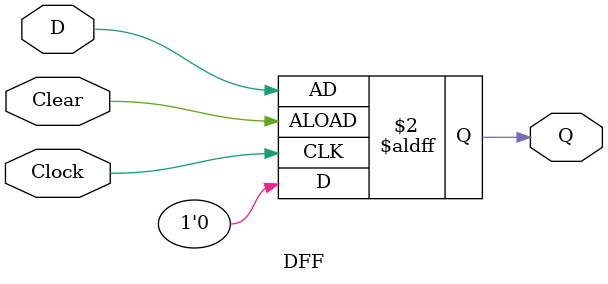
<source format=sv>
module DFF(Q, Clock, Clear, D);
output Q;
input Clock;
input Clear;
input D;

logic Q;

always_ff @(posedge Clock, negedge Clear)
begin
    if (Clear)
        Q <= 0;
    else 
        Q <= D;
end

endmodule
</source>
